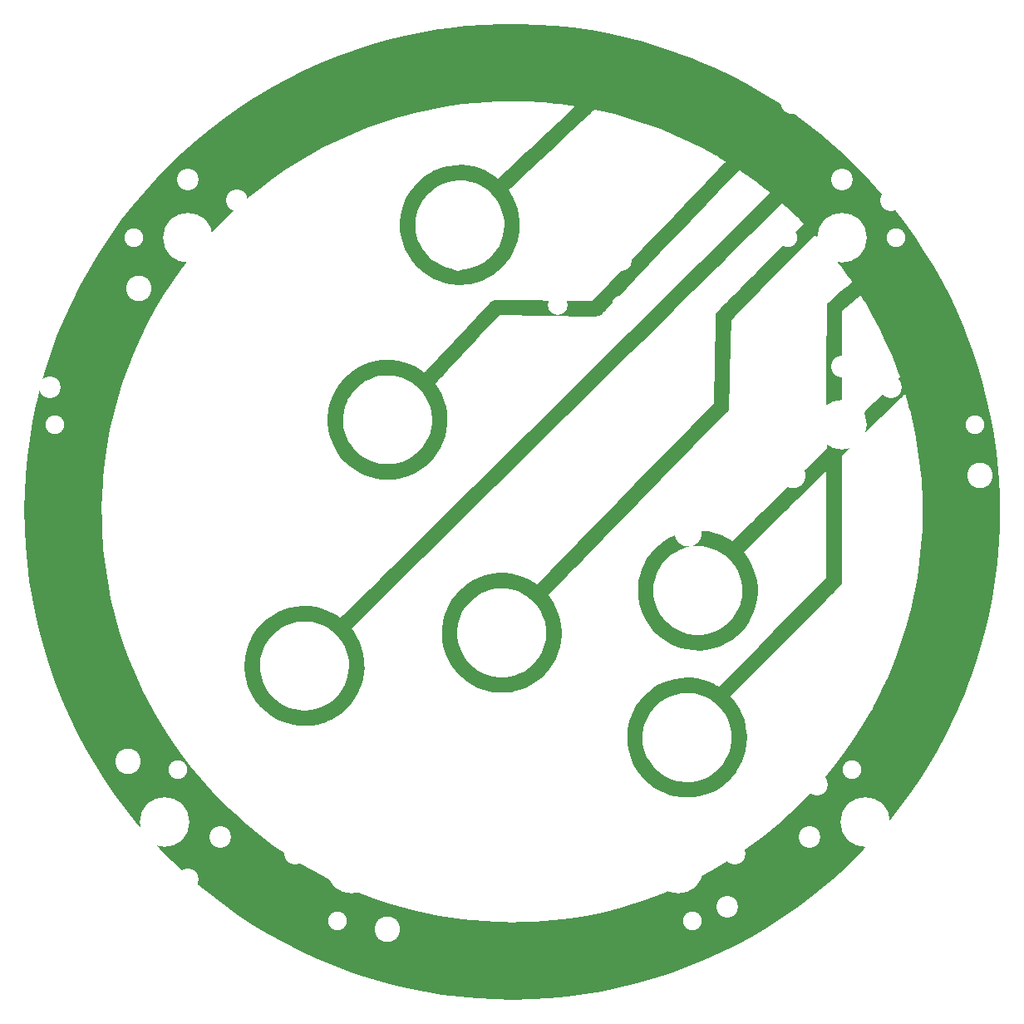
<source format=gbo>
G04 #@! TF.GenerationSoftware,KiCad,Pcbnew,(6.0.10)*
G04 #@! TF.CreationDate,2023-02-11T23:58:13+13:00*
G04 #@! TF.ProjectId,orthoCode,6f727468-6f43-46f6-9465-2e6b69636164,rev?*
G04 #@! TF.SameCoordinates,Original*
G04 #@! TF.FileFunction,Legend,Bot*
G04 #@! TF.FilePolarity,Positive*
%FSLAX46Y46*%
G04 Gerber Fmt 4.6, Leading zero omitted, Abs format (unit mm)*
G04 Created by KiCad (PCBNEW (6.0.10)) date 2023-02-11 23:58:13*
%MOMM*%
%LPD*%
G01*
G04 APERTURE LIST*
%ADD10C,2.800000*%
%ADD11C,2.000000*%
%ADD12C,1.900000*%
%ADD13C,5.050000*%
%ADD14C,2.600000*%
%ADD15C,2.200000*%
%ADD16O,1.200000X2.200000*%
%ADD17O,1.200000X2.700000*%
%ADD18O,1.200000X2.600000*%
G04 APERTURE END LIST*
G36*
X251796290Y-133518257D02*
G01*
X251793519Y-133916598D01*
X251788939Y-134274555D01*
X251782183Y-134602050D01*
X251772885Y-134909002D01*
X251760679Y-135205331D01*
X251745200Y-135500960D01*
X251726082Y-135805807D01*
X251702958Y-136129794D01*
X251675464Y-136482840D01*
X251643232Y-136874866D01*
X251542592Y-137942230D01*
X251324232Y-139714833D01*
X251043017Y-141468331D01*
X250697970Y-143207479D01*
X250288108Y-144937031D01*
X249812453Y-146661742D01*
X249270023Y-148386364D01*
X249191750Y-148619452D01*
X248870653Y-149544546D01*
X248546925Y-150424636D01*
X248213845Y-151275988D01*
X247864692Y-152114871D01*
X247492746Y-152957553D01*
X247091284Y-153820301D01*
X246653587Y-154719385D01*
X246206016Y-155600481D01*
X245424491Y-157046237D01*
X244603806Y-158450437D01*
X243736815Y-159824665D01*
X242816371Y-161180507D01*
X241835327Y-162529546D01*
X241317878Y-163207618D01*
X240788405Y-163877546D01*
X240256535Y-164524836D01*
X239713353Y-165159691D01*
X239149946Y-165792317D01*
X238557397Y-166432917D01*
X237926791Y-167091696D01*
X237249213Y-167778859D01*
X237189150Y-167838937D01*
X236732335Y-168292383D01*
X236309465Y-168705133D01*
X235910725Y-169086235D01*
X235526301Y-169444738D01*
X235146377Y-169789688D01*
X234761139Y-170130135D01*
X234360772Y-170475126D01*
X233935461Y-170833709D01*
X232606522Y-171905834D01*
X231141311Y-173004672D01*
X229641387Y-174045872D01*
X228108302Y-175028837D01*
X226543607Y-175952971D01*
X224948853Y-176817676D01*
X223325592Y-177622355D01*
X221675374Y-178366411D01*
X219999752Y-179049248D01*
X218300277Y-179670268D01*
X216578499Y-180228874D01*
X214835971Y-180724470D01*
X213074242Y-181156458D01*
X211294866Y-181524241D01*
X209499392Y-181827223D01*
X207689373Y-182064807D01*
X205866359Y-182236394D01*
X204031902Y-182341390D01*
X202237136Y-182377903D01*
X200423236Y-182347875D01*
X198609292Y-182251144D01*
X196798464Y-182088169D01*
X194993913Y-181859412D01*
X193198799Y-181565330D01*
X191416284Y-181206383D01*
X189649528Y-180783032D01*
X187901692Y-180295736D01*
X186175936Y-179744953D01*
X185534051Y-179521814D01*
X183831012Y-178880633D01*
X182151799Y-178176581D01*
X180498776Y-177411007D01*
X178874308Y-176585257D01*
X177280756Y-175700680D01*
X175720486Y-174758623D01*
X174195861Y-173760435D01*
X172709244Y-172707461D01*
X171263000Y-171601051D01*
X169859492Y-170442551D01*
X168834761Y-169539944D01*
X167495480Y-168282850D01*
X166207415Y-166982612D01*
X164971380Y-165640709D01*
X163788190Y-164258619D01*
X162658658Y-162837822D01*
X161583599Y-161379794D01*
X160563828Y-159886016D01*
X159600157Y-158357966D01*
X158693403Y-156797122D01*
X157844378Y-155204962D01*
X157053897Y-153582966D01*
X156322775Y-151932611D01*
X155651825Y-150255376D01*
X155041862Y-148552741D01*
X154493700Y-146826183D01*
X154008152Y-145077180D01*
X153586035Y-143307213D01*
X153228161Y-141517758D01*
X152935345Y-139710294D01*
X152716638Y-137952394D01*
X152560204Y-136161805D01*
X152468655Y-134361992D01*
X152441829Y-132557086D01*
X152447936Y-132264836D01*
X160324381Y-132264836D01*
X160330987Y-133563287D01*
X160374648Y-134846586D01*
X160455362Y-136093850D01*
X160491700Y-136515490D01*
X160678165Y-138190977D01*
X160930438Y-139849751D01*
X161248408Y-141491414D01*
X161631966Y-143115565D01*
X162081002Y-144721806D01*
X162595407Y-146309736D01*
X163175072Y-147878956D01*
X163819886Y-149429067D01*
X164529741Y-150959668D01*
X164836968Y-151576177D01*
X165629310Y-153059829D01*
X166477953Y-154506601D01*
X167381511Y-155915092D01*
X168338595Y-157283900D01*
X169347817Y-158611624D01*
X170407788Y-159896863D01*
X171517120Y-161138214D01*
X172674426Y-162334278D01*
X173878316Y-163483651D01*
X175127404Y-164584933D01*
X176420299Y-165636722D01*
X177755615Y-166637617D01*
X179131963Y-167586216D01*
X180547954Y-168481118D01*
X182002201Y-169320921D01*
X183493316Y-170104224D01*
X184817889Y-170739515D01*
X186289562Y-171381564D01*
X187770468Y-171960080D01*
X189267194Y-172477327D01*
X190786330Y-172935567D01*
X192334463Y-173337062D01*
X193918182Y-173684075D01*
X194785769Y-173849018D01*
X195906432Y-174035218D01*
X197017081Y-174187769D01*
X198136015Y-174308855D01*
X199281531Y-174400656D01*
X200471925Y-174465352D01*
X200615258Y-174471092D01*
X201353690Y-174490570D01*
X202134283Y-174495818D01*
X202936967Y-174487186D01*
X203741673Y-174465024D01*
X204528331Y-174429681D01*
X205276872Y-174381509D01*
X206343847Y-174287633D01*
X208015783Y-174085546D01*
X209671055Y-173817684D01*
X211309104Y-173484200D01*
X212929371Y-173085250D01*
X214531296Y-172620987D01*
X216114320Y-172091566D01*
X217677882Y-171497141D01*
X219221424Y-170837867D01*
X220744385Y-170113898D01*
X221135886Y-169916704D01*
X221573630Y-169691682D01*
X221979270Y-169477137D01*
X222369455Y-169263944D01*
X222760834Y-169042976D01*
X223170056Y-168805110D01*
X223613770Y-168541219D01*
X223755657Y-168455690D01*
X225171349Y-167558911D01*
X226548220Y-166606993D01*
X227884783Y-165601474D01*
X229179549Y-164543893D01*
X230431032Y-163435787D01*
X231637743Y-162278695D01*
X232798194Y-161074154D01*
X233910899Y-159823703D01*
X234974369Y-158528880D01*
X235987116Y-157191224D01*
X236947654Y-155812271D01*
X237854495Y-154393561D01*
X238706150Y-152936631D01*
X238815685Y-152736270D01*
X238956326Y-152471264D01*
X239114476Y-152167101D01*
X239284636Y-151834790D01*
X239461308Y-151485338D01*
X239638995Y-151129754D01*
X239812196Y-150779045D01*
X239975416Y-150444220D01*
X240123154Y-150136287D01*
X240249912Y-149866253D01*
X240350193Y-149645128D01*
X240701543Y-148827875D01*
X241313314Y-147284500D01*
X241859320Y-145735464D01*
X242340360Y-144177352D01*
X242757234Y-142606752D01*
X243110739Y-141020249D01*
X243401675Y-139414428D01*
X243630842Y-137785877D01*
X243799037Y-136131180D01*
X243907060Y-134446925D01*
X243909005Y-134402592D01*
X243917991Y-134128032D01*
X243924467Y-133802419D01*
X243928522Y-133436567D01*
X243930247Y-133041289D01*
X243929732Y-132627399D01*
X243927067Y-132205710D01*
X243922342Y-131787037D01*
X243915648Y-131382193D01*
X243907074Y-131001991D01*
X243896710Y-130657246D01*
X243884647Y-130358771D01*
X243870975Y-130117380D01*
X243820264Y-129442987D01*
X243702195Y-128190966D01*
X243554898Y-126981025D01*
X243376217Y-125799572D01*
X243163999Y-124633018D01*
X242916089Y-123467771D01*
X242630333Y-122290241D01*
X242624524Y-122267649D01*
X242514162Y-121842994D01*
X242418535Y-121484308D01*
X242337559Y-121191299D01*
X242271148Y-120963674D01*
X242219216Y-120801139D01*
X242181679Y-120703403D01*
X242158450Y-120670173D01*
X242154335Y-120672877D01*
X242110860Y-120711644D01*
X242022735Y-120794238D01*
X241892818Y-120917891D01*
X241723967Y-121079833D01*
X241519042Y-121277294D01*
X241280902Y-121507504D01*
X241012404Y-121767696D01*
X240716409Y-122055099D01*
X240395775Y-122366944D01*
X240053361Y-122700462D01*
X239692025Y-123052883D01*
X239314627Y-123421437D01*
X238924025Y-123803357D01*
X235719519Y-126938539D01*
X235719519Y-133273705D01*
X235719676Y-133992017D01*
X235720162Y-134700184D01*
X235720963Y-135372059D01*
X235722069Y-136005209D01*
X235723466Y-136597203D01*
X235725145Y-137145607D01*
X235727092Y-137647989D01*
X235729296Y-138101916D01*
X235731745Y-138504957D01*
X235734427Y-138854678D01*
X235737330Y-139148647D01*
X235740443Y-139384432D01*
X235743753Y-139559600D01*
X235747249Y-139671719D01*
X235750919Y-139718356D01*
X235763686Y-139789136D01*
X235749602Y-139938854D01*
X235746169Y-139945895D01*
X235718843Y-139982457D01*
X235663998Y-140046331D01*
X235580441Y-140138746D01*
X235466977Y-140260934D01*
X235322411Y-140414123D01*
X235145548Y-140599543D01*
X234935193Y-140818424D01*
X234690153Y-141071996D01*
X234409233Y-141361488D01*
X234091237Y-141688130D01*
X233734972Y-142053152D01*
X233339242Y-142457784D01*
X232902853Y-142903255D01*
X232424610Y-143390796D01*
X231903320Y-143921635D01*
X231337786Y-144497003D01*
X230726815Y-145118130D01*
X230069211Y-145786244D01*
X224421538Y-151522623D01*
X224625013Y-151762715D01*
X224989331Y-152240235D01*
X225313450Y-152770857D01*
X225580153Y-153330134D01*
X225788385Y-153912604D01*
X225937089Y-154512809D01*
X226025212Y-155125290D01*
X226041668Y-155510056D01*
X226051699Y-155744585D01*
X226015494Y-156365237D01*
X225915543Y-156981785D01*
X225750790Y-157588770D01*
X225678881Y-157787583D01*
X225554608Y-158082843D01*
X225407342Y-158393738D01*
X225247309Y-158699980D01*
X225084735Y-158981284D01*
X224929845Y-159217363D01*
X224849478Y-159325344D01*
X224663874Y-159553195D01*
X224450479Y-159793847D01*
X224225560Y-160029908D01*
X224005386Y-160243985D01*
X223806223Y-160418687D01*
X223429597Y-160702273D01*
X222898375Y-161032399D01*
X222345191Y-161302309D01*
X221774561Y-161512466D01*
X221191001Y-161663330D01*
X220599026Y-161755362D01*
X220003152Y-161789022D01*
X219407894Y-161764773D01*
X218817768Y-161683074D01*
X218237288Y-161544386D01*
X217670972Y-161349171D01*
X217123334Y-161097889D01*
X216598890Y-160791001D01*
X216102155Y-160428968D01*
X215637645Y-160012251D01*
X215209876Y-159541310D01*
X214903264Y-159132873D01*
X214575299Y-158597149D01*
X214306464Y-158034197D01*
X214097654Y-157448947D01*
X213949765Y-156846324D01*
X213863694Y-156231256D01*
X213847118Y-155789442D01*
X215417910Y-155789442D01*
X215424484Y-156050661D01*
X215444150Y-156267279D01*
X215508562Y-156628547D01*
X215656557Y-157159251D01*
X215864930Y-157660264D01*
X216135352Y-158135369D01*
X216469493Y-158588346D01*
X216599441Y-158738557D01*
X216989617Y-159119927D01*
X217422238Y-159449456D01*
X217893996Y-159725114D01*
X218401586Y-159944869D01*
X218941701Y-160106691D01*
X218983263Y-160116175D01*
X219273462Y-160165315D01*
X219603076Y-160196657D01*
X219949201Y-160208619D01*
X220288935Y-160199623D01*
X220372357Y-160193725D01*
X220895778Y-160118568D01*
X221400562Y-159981251D01*
X221882439Y-159785544D01*
X222337140Y-159535214D01*
X222760396Y-159234031D01*
X223147938Y-158885764D01*
X223495497Y-158494180D01*
X223798803Y-158063048D01*
X224053588Y-157596137D01*
X224255583Y-157097216D01*
X224400519Y-156570054D01*
X224414975Y-156490080D01*
X224438610Y-156287387D01*
X224454671Y-156044537D01*
X224462999Y-155779453D01*
X224463435Y-155510056D01*
X224455818Y-155254269D01*
X224439988Y-155030015D01*
X224415788Y-154855214D01*
X224294996Y-154374548D01*
X224100880Y-153857942D01*
X223846172Y-153371993D01*
X223530964Y-152916871D01*
X223155348Y-152492749D01*
X223126635Y-152464079D01*
X222705179Y-152093013D01*
X222249238Y-151779219D01*
X221762404Y-151524596D01*
X221248270Y-151331042D01*
X220710428Y-151200456D01*
X220580913Y-151182322D01*
X220351503Y-151164566D01*
X220088899Y-151156403D01*
X219813140Y-151157642D01*
X219544264Y-151168091D01*
X219302310Y-151187556D01*
X219107314Y-151215845D01*
X218698385Y-151316250D01*
X218183414Y-151501608D01*
X217699319Y-151743722D01*
X217250095Y-152038720D01*
X216839736Y-152382728D01*
X216472237Y-152771875D01*
X216151593Y-153202289D01*
X215881797Y-153670097D01*
X215666845Y-154171427D01*
X215510730Y-154702407D01*
X215504066Y-154732666D01*
X215467507Y-154955234D01*
X215440345Y-155220023D01*
X215423505Y-155505328D01*
X215417910Y-155789442D01*
X213847118Y-155789442D01*
X213840336Y-155608670D01*
X213880590Y-154983493D01*
X213985350Y-154360653D01*
X214155512Y-153745077D01*
X214212533Y-153581460D01*
X214460241Y-152997149D01*
X214762515Y-152449226D01*
X215115536Y-151940442D01*
X215515487Y-151473544D01*
X215958549Y-151051280D01*
X216440905Y-150676401D01*
X216958736Y-150351654D01*
X217508225Y-150079788D01*
X218085552Y-149863552D01*
X218686901Y-149705695D01*
X219308453Y-149608965D01*
X219946391Y-149576111D01*
X220405446Y-149592038D01*
X221005636Y-149665206D01*
X221590132Y-149799587D01*
X222167225Y-149997206D01*
X222745207Y-150260090D01*
X222827768Y-150301846D01*
X222978484Y-150376280D01*
X223101897Y-150434865D01*
X223187017Y-150472450D01*
X223222854Y-150483886D01*
X223232000Y-150475228D01*
X223284169Y-150423275D01*
X223380606Y-150326296D01*
X223519196Y-150186437D01*
X223697822Y-150005844D01*
X223914368Y-149786664D01*
X224166719Y-149531042D01*
X224452757Y-149241126D01*
X224770368Y-148919062D01*
X225117434Y-148566996D01*
X225491840Y-148187074D01*
X225891470Y-147781443D01*
X226314208Y-147352249D01*
X226757937Y-146901639D01*
X227220541Y-146431758D01*
X227699905Y-145944753D01*
X228193913Y-145442770D01*
X228700447Y-144927957D01*
X234157487Y-139381181D01*
X234157487Y-128477833D01*
X233724532Y-128897954D01*
X233704501Y-128917417D01*
X233614908Y-129004707D01*
X233480834Y-129135557D01*
X233305287Y-129307024D01*
X233091274Y-129516168D01*
X232841804Y-129760047D01*
X232559882Y-130035718D01*
X232248518Y-130340241D01*
X231910718Y-130670674D01*
X231549490Y-131024075D01*
X231167841Y-131397503D01*
X230768779Y-131788016D01*
X230355312Y-132192672D01*
X229930447Y-132608530D01*
X229497192Y-133032649D01*
X225702805Y-136747223D01*
X225867905Y-136955363D01*
X225914680Y-137015230D01*
X226250182Y-137504489D01*
X226537694Y-138034399D01*
X226774229Y-138595618D01*
X226956797Y-139178803D01*
X227082412Y-139774608D01*
X227148084Y-140373692D01*
X227150185Y-140828193D01*
X227150825Y-140966711D01*
X227148900Y-141002702D01*
X227080501Y-141638707D01*
X226950006Y-142254674D01*
X226760453Y-142847033D01*
X226514880Y-143412211D01*
X226216324Y-143946640D01*
X225867823Y-144446747D01*
X225472414Y-144908963D01*
X225033135Y-145329716D01*
X224553023Y-145705436D01*
X224035116Y-146032553D01*
X223482451Y-146307495D01*
X222898067Y-146526692D01*
X222285000Y-146686574D01*
X221843712Y-146760753D01*
X221223689Y-146809544D01*
X220610767Y-146795132D01*
X220008874Y-146720062D01*
X219421935Y-146586878D01*
X218853874Y-146398124D01*
X218308619Y-146156344D01*
X217790093Y-145864082D01*
X217302224Y-145523883D01*
X216848936Y-145138290D01*
X216434154Y-144709848D01*
X216061806Y-144241101D01*
X215735815Y-143734593D01*
X215460108Y-143192869D01*
X215238610Y-142618471D01*
X215075246Y-142013945D01*
X215047900Y-141876983D01*
X214983781Y-141435129D01*
X214948597Y-140970805D01*
X214945723Y-140738914D01*
X216518858Y-140738914D01*
X216526364Y-141034148D01*
X216546397Y-141306039D01*
X216578963Y-141533193D01*
X216590221Y-141588688D01*
X216736362Y-142123869D01*
X216944272Y-142634601D01*
X217210816Y-143115875D01*
X217532857Y-143562678D01*
X217907261Y-143970000D01*
X218330892Y-144332830D01*
X218522158Y-144466994D01*
X218850212Y-144662014D01*
X219206955Y-144839621D01*
X219568868Y-144988447D01*
X219912433Y-145097127D01*
X219972138Y-145112484D01*
X220118548Y-145147732D01*
X220247584Y-145173047D01*
X220376305Y-145190391D01*
X220521768Y-145201725D01*
X220701031Y-145209008D01*
X220931150Y-145214200D01*
X220956625Y-145214648D01*
X221269731Y-145215719D01*
X221534390Y-145205819D01*
X221768242Y-145182584D01*
X221988931Y-145143652D01*
X222214095Y-145086659D01*
X222461378Y-145009244D01*
X222673198Y-144934311D01*
X222980529Y-144806019D01*
X223265180Y-144658138D01*
X223548407Y-144479174D01*
X223851471Y-144257633D01*
X223858493Y-144252209D01*
X224257419Y-143901020D01*
X224611266Y-143502002D01*
X224916449Y-143061038D01*
X225169384Y-142584014D01*
X225366484Y-142076812D01*
X225504165Y-141545317D01*
X225522662Y-141438512D01*
X225554781Y-141149256D01*
X225570349Y-140828193D01*
X225569190Y-140499310D01*
X225551131Y-140186595D01*
X225515999Y-139914038D01*
X225481594Y-139741185D01*
X225334885Y-139222794D01*
X225130852Y-138732812D01*
X224873858Y-138274773D01*
X224568263Y-137852209D01*
X224218428Y-137468652D01*
X223828715Y-137127635D01*
X223403483Y-136832690D01*
X222947095Y-136587350D01*
X222463911Y-136395148D01*
X221958292Y-136259615D01*
X221434599Y-136184285D01*
X220897193Y-136172690D01*
X220824437Y-136175963D01*
X220358171Y-136219080D01*
X219927405Y-136302035D01*
X219511970Y-136429676D01*
X219091699Y-136606854D01*
X218669997Y-136835960D01*
X218230633Y-137145218D01*
X217832197Y-137504344D01*
X217478274Y-137908664D01*
X217172447Y-138353501D01*
X216918301Y-138834179D01*
X216719419Y-139346024D01*
X216579386Y-139884359D01*
X216571448Y-139927112D01*
X216541405Y-140164001D01*
X216523873Y-140441733D01*
X216518858Y-140738914D01*
X214945723Y-140738914D01*
X214942821Y-140504755D01*
X214966926Y-140057728D01*
X215021384Y-139650470D01*
X215121606Y-139197157D01*
X215313766Y-138586246D01*
X215563556Y-138006348D01*
X215867923Y-137460566D01*
X216223811Y-136952001D01*
X216628168Y-136483755D01*
X217077939Y-136058930D01*
X217570069Y-135680628D01*
X218101504Y-135351951D01*
X218669190Y-135076000D01*
X219270073Y-134855877D01*
X219901099Y-134694685D01*
X220024093Y-134670989D01*
X220150531Y-134650730D01*
X220278119Y-134636212D01*
X220420208Y-134626557D01*
X220590148Y-134620887D01*
X220801288Y-134618323D01*
X221066979Y-134617988D01*
X221302956Y-134618949D01*
X221519268Y-134621871D01*
X221691934Y-134627591D01*
X221833874Y-134636998D01*
X221958009Y-134650980D01*
X222077259Y-134670427D01*
X222204546Y-134696226D01*
X222566191Y-134785429D01*
X223037592Y-134933412D01*
X223493737Y-135111061D01*
X223917269Y-135311461D01*
X224290831Y-135527692D01*
X224526448Y-135680175D01*
X224990732Y-135233336D01*
X225012936Y-135211908D01*
X225104117Y-135123442D01*
X225239984Y-134991196D01*
X225417756Y-134817890D01*
X225634649Y-134606242D01*
X225887884Y-134358972D01*
X226174677Y-134078799D01*
X226492247Y-133768443D01*
X226837813Y-133430622D01*
X227208593Y-133068056D01*
X227601804Y-132683464D01*
X228014666Y-132279565D01*
X228444397Y-131859079D01*
X228888214Y-131424725D01*
X229343336Y-130979221D01*
X229806982Y-130525288D01*
X234158948Y-126264079D01*
X234156717Y-118902822D01*
X234156607Y-118497573D01*
X234156603Y-118471432D01*
X235719519Y-118471432D01*
X235719545Y-118963266D01*
X235719658Y-119595515D01*
X235719854Y-120206774D01*
X235720131Y-120793693D01*
X235720482Y-121352919D01*
X235720905Y-121881100D01*
X235721393Y-122374885D01*
X235721943Y-122830922D01*
X235722549Y-123245858D01*
X235723208Y-123616343D01*
X235723915Y-123939025D01*
X235724666Y-124210551D01*
X235725455Y-124427569D01*
X235726278Y-124586729D01*
X235727131Y-124684678D01*
X235728008Y-124718064D01*
X235735933Y-124710952D01*
X235785983Y-124663097D01*
X235878962Y-124573173D01*
X236011271Y-124444699D01*
X236179306Y-124281193D01*
X236379466Y-124086177D01*
X236608152Y-123863170D01*
X236861760Y-123615690D01*
X237136689Y-123347258D01*
X237429339Y-123061394D01*
X237736108Y-122761616D01*
X238053394Y-122451445D01*
X238377596Y-122134400D01*
X238705114Y-121814001D01*
X239032344Y-121493767D01*
X239355687Y-121177218D01*
X239671540Y-120867873D01*
X239976303Y-120569252D01*
X240266374Y-120284875D01*
X240538151Y-120018261D01*
X240788034Y-119772930D01*
X241628874Y-118947008D01*
X241421179Y-118377448D01*
X241312014Y-118081931D01*
X240766661Y-116704038D01*
X240162352Y-115325839D01*
X239505004Y-113959752D01*
X238800532Y-112618190D01*
X238054855Y-111313570D01*
X237980283Y-111189123D01*
X237870229Y-111007927D01*
X237774281Y-110852928D01*
X237697525Y-110732209D01*
X237645051Y-110653851D01*
X237621945Y-110625936D01*
X237592116Y-110646874D01*
X237516504Y-110707080D01*
X237401062Y-110801647D01*
X237251703Y-110925663D01*
X237074339Y-111074219D01*
X236874885Y-111242404D01*
X236659254Y-111425309D01*
X235719519Y-112224681D01*
X235719519Y-118471432D01*
X234156603Y-118471432D01*
X234156475Y-117673999D01*
X234156499Y-116914774D01*
X234156691Y-116217463D01*
X234157067Y-115579634D01*
X234157641Y-114998850D01*
X234158426Y-114472679D01*
X234159436Y-113998685D01*
X234160685Y-113574435D01*
X234162188Y-113197494D01*
X234163959Y-112865429D01*
X234166010Y-112575804D01*
X234168357Y-112326186D01*
X234171014Y-112114140D01*
X234173994Y-111937233D01*
X234177311Y-111793029D01*
X234180980Y-111679096D01*
X234185014Y-111592997D01*
X234189428Y-111532300D01*
X234194235Y-111494570D01*
X234199450Y-111477372D01*
X234203156Y-111472407D01*
X234226527Y-111446411D01*
X234267690Y-111406175D01*
X234330055Y-111348741D01*
X234417033Y-111271154D01*
X234532035Y-111170458D01*
X234678472Y-111043695D01*
X234859755Y-110887910D01*
X235079294Y-110700146D01*
X235340500Y-110477448D01*
X235646785Y-110216858D01*
X236001559Y-109915421D01*
X236037876Y-109884545D01*
X236224642Y-109724656D01*
X236392107Y-109579490D01*
X236533735Y-109454844D01*
X236642989Y-109356515D01*
X236713335Y-109290300D01*
X236738236Y-109261996D01*
X236736835Y-109255270D01*
X236706678Y-109197517D01*
X236640495Y-109093541D01*
X236542657Y-108949297D01*
X236417538Y-108770738D01*
X236269509Y-108563819D01*
X236102941Y-108334494D01*
X235922207Y-108088717D01*
X235731678Y-107832443D01*
X235535727Y-107571625D01*
X235338726Y-107312218D01*
X235145045Y-107060177D01*
X234959057Y-106821454D01*
X234785135Y-106602005D01*
X234769136Y-106582046D01*
X234595516Y-106367411D01*
X234409247Y-106140304D01*
X234215397Y-105906630D01*
X234019035Y-105672294D01*
X233825230Y-105443201D01*
X233639049Y-105225256D01*
X233465560Y-105024364D01*
X233309833Y-104846431D01*
X233176935Y-104697361D01*
X233071934Y-104583059D01*
X232999899Y-104509431D01*
X232965898Y-104482383D01*
X232959121Y-104488052D01*
X232910976Y-104534466D01*
X232818756Y-104625637D01*
X232684869Y-104759135D01*
X232511722Y-104932536D01*
X232301720Y-105143412D01*
X232057272Y-105389336D01*
X231780784Y-105667881D01*
X231474662Y-105976620D01*
X231141315Y-106313127D01*
X230783148Y-106674974D01*
X230402569Y-107059735D01*
X230001984Y-107464983D01*
X229583801Y-107888291D01*
X229150426Y-108327232D01*
X228704267Y-108779379D01*
X228375860Y-109112327D01*
X227868393Y-109627012D01*
X227405564Y-110096734D01*
X226985397Y-110523538D01*
X226605920Y-110909471D01*
X226265159Y-111256579D01*
X225961140Y-111566908D01*
X225691890Y-111842504D01*
X225455434Y-112085414D01*
X225249798Y-112297684D01*
X225073010Y-112481360D01*
X224923096Y-112638487D01*
X224798081Y-112771113D01*
X224695992Y-112881284D01*
X224614856Y-112971045D01*
X224552698Y-113042443D01*
X224507545Y-113097524D01*
X224477423Y-113138334D01*
X224460359Y-113166920D01*
X224454379Y-113185328D01*
X224453965Y-113193190D01*
X224451607Y-113259951D01*
X224447650Y-113387935D01*
X224442229Y-113572164D01*
X224435477Y-113807659D01*
X224427528Y-114089443D01*
X224418517Y-114412538D01*
X224408578Y-114771966D01*
X224397844Y-115162748D01*
X224386450Y-115579906D01*
X224374529Y-116018464D01*
X224362215Y-116473441D01*
X224349643Y-116939862D01*
X224336947Y-117412746D01*
X224324260Y-117887118D01*
X224311717Y-118357997D01*
X224299451Y-118820407D01*
X224287597Y-119269369D01*
X224276288Y-119699906D01*
X224265659Y-120107038D01*
X224255843Y-120485789D01*
X224246975Y-120831181D01*
X224239188Y-121138234D01*
X224232617Y-121401971D01*
X224227396Y-121617415D01*
X224224794Y-121713397D01*
X224215544Y-121940222D01*
X224203340Y-122120628D01*
X224188747Y-122247454D01*
X224172333Y-122313538D01*
X224153161Y-122344187D01*
X224087117Y-122425550D01*
X224003400Y-122510963D01*
X223977099Y-122537084D01*
X223904033Y-122611046D01*
X223786770Y-122730342D01*
X223627029Y-122893214D01*
X223426527Y-123097904D01*
X223186981Y-123342653D01*
X222910108Y-123625703D01*
X222597627Y-123945295D01*
X222251255Y-124299673D01*
X221872708Y-124687076D01*
X221463706Y-125105747D01*
X221025965Y-125553927D01*
X220561202Y-126029858D01*
X220071136Y-126531783D01*
X219557483Y-127057942D01*
X219021961Y-127606577D01*
X218466288Y-128175930D01*
X217892182Y-128764243D01*
X217301359Y-129369757D01*
X216695537Y-129990715D01*
X216076434Y-130625357D01*
X215445767Y-131271925D01*
X214979603Y-131749854D01*
X214349973Y-132395322D01*
X213730757Y-133030056D01*
X213123804Y-133652162D01*
X212530966Y-134259744D01*
X211954092Y-134850909D01*
X211395031Y-135423762D01*
X210855634Y-135976407D01*
X210337751Y-136506952D01*
X209843231Y-137013501D01*
X209373925Y-137494159D01*
X208931682Y-137947033D01*
X208518353Y-138370227D01*
X208135788Y-138761847D01*
X207785836Y-139119999D01*
X207470347Y-139442788D01*
X207191172Y-139728319D01*
X206950160Y-139974698D01*
X206749161Y-140180030D01*
X206590025Y-140342421D01*
X206474603Y-140459977D01*
X206404744Y-140530802D01*
X205792822Y-141147567D01*
X205894489Y-141277861D01*
X206037671Y-141469863D01*
X206360457Y-141976664D01*
X206633698Y-142518360D01*
X206854724Y-143086185D01*
X207020863Y-143671371D01*
X207129447Y-144265153D01*
X207177804Y-144858764D01*
X207173374Y-145036921D01*
X207163266Y-145443438D01*
X207115349Y-145867501D01*
X206990122Y-146505366D01*
X206805349Y-147114969D01*
X206563556Y-147693446D01*
X206267269Y-148237933D01*
X205919016Y-148745565D01*
X205521324Y-149213479D01*
X205076718Y-149638809D01*
X204587726Y-150018692D01*
X204056874Y-150350263D01*
X203486689Y-150630657D01*
X202879697Y-150857010D01*
X202238426Y-151026458D01*
X202217166Y-151030971D01*
X202071932Y-151060376D01*
X201943958Y-151082250D01*
X201819049Y-151097687D01*
X201683011Y-151107786D01*
X201521650Y-151113641D01*
X201320770Y-151116351D01*
X201066177Y-151117010D01*
X201028908Y-151117001D01*
X200782235Y-151116134D01*
X200587397Y-151113071D01*
X200430200Y-151106717D01*
X200296450Y-151095975D01*
X200171950Y-151079749D01*
X200042508Y-151056942D01*
X199893927Y-151026458D01*
X199860271Y-151019205D01*
X199218166Y-150846325D01*
X198609499Y-150615645D01*
X198036445Y-150328547D01*
X197501182Y-149986414D01*
X197005883Y-149590627D01*
X196552726Y-149142569D01*
X196143886Y-148643623D01*
X196109791Y-148596872D01*
X195768912Y-148068661D01*
X195488129Y-147515016D01*
X195267317Y-146940918D01*
X195106351Y-146351346D01*
X195005108Y-145751279D01*
X194963463Y-145145696D01*
X194967025Y-145024599D01*
X196550155Y-145024599D01*
X196551460Y-145202697D01*
X196561796Y-145488717D01*
X196584795Y-145737056D01*
X196623266Y-145966971D01*
X196680018Y-146197718D01*
X196757859Y-146448552D01*
X196927379Y-146880063D01*
X197179910Y-147358293D01*
X197485409Y-147800843D01*
X197839170Y-148203542D01*
X198236490Y-148562215D01*
X198672664Y-148872689D01*
X199142990Y-149130792D01*
X199642762Y-149332351D01*
X200167277Y-149473192D01*
X200194198Y-149478471D01*
X200388294Y-149508352D01*
X200617171Y-149532950D01*
X200860489Y-149551015D01*
X201097905Y-149561298D01*
X201309077Y-149562546D01*
X201473663Y-149553509D01*
X201844731Y-149498912D01*
X202384434Y-149365644D01*
X202895651Y-149174179D01*
X203374706Y-148927803D01*
X203817922Y-148629799D01*
X204221622Y-148283449D01*
X204582128Y-147892038D01*
X204895765Y-147458848D01*
X205158854Y-146987164D01*
X205367719Y-146480268D01*
X205518683Y-145941444D01*
X205522490Y-145923171D01*
X205547369Y-145754445D01*
X205566016Y-145539681D01*
X205578258Y-145295099D01*
X205583921Y-145036921D01*
X205582832Y-144781366D01*
X205574820Y-144544655D01*
X205559709Y-144343009D01*
X205537329Y-144192647D01*
X205460031Y-143882977D01*
X205274852Y-143342379D01*
X205035067Y-142838873D01*
X204742678Y-142375097D01*
X204399690Y-141953683D01*
X204008106Y-141577269D01*
X203569930Y-141248488D01*
X203087164Y-140969975D01*
X202878935Y-140871083D01*
X202441912Y-140701328D01*
X202002625Y-140585435D01*
X201544058Y-140519475D01*
X201049198Y-140499522D01*
X201026457Y-140499642D01*
X200499445Y-140529773D01*
X200005335Y-140613914D01*
X199533047Y-140754613D01*
X199071503Y-140954419D01*
X198814084Y-141093032D01*
X198347308Y-141400757D01*
X197927252Y-141756269D01*
X197556318Y-142156456D01*
X197236907Y-142598205D01*
X196971421Y-143078406D01*
X196762261Y-143593945D01*
X196611830Y-144141711D01*
X196598441Y-144209316D01*
X196575756Y-144363621D01*
X196560840Y-144541009D01*
X196552653Y-144756372D01*
X196550155Y-145024599D01*
X194967025Y-145024599D01*
X194981292Y-144539577D01*
X195058471Y-143937902D01*
X195194876Y-143345649D01*
X195390382Y-142767799D01*
X195644866Y-142209330D01*
X195958202Y-141675222D01*
X196330268Y-141170455D01*
X196428498Y-141056084D01*
X196605972Y-140864985D01*
X196806454Y-140662836D01*
X197013510Y-140465594D01*
X197210704Y-140289220D01*
X197381598Y-140149670D01*
X197657648Y-139953302D01*
X198166478Y-139650458D01*
X198712817Y-139392560D01*
X199283980Y-139185302D01*
X199867280Y-139034375D01*
X200194170Y-138976777D01*
X200810566Y-138919828D01*
X201431009Y-138927340D01*
X202048850Y-138998050D01*
X202657443Y-139130695D01*
X203250139Y-139324015D01*
X203820292Y-139576747D01*
X204361253Y-139887628D01*
X204654330Y-140077478D01*
X204850615Y-139876907D01*
X204879100Y-139847747D01*
X204955400Y-139769578D01*
X205075943Y-139646054D01*
X205238990Y-139478957D01*
X205442803Y-139270068D01*
X205685644Y-139021169D01*
X205965776Y-138734042D01*
X206281460Y-138410468D01*
X206630957Y-138052229D01*
X207012531Y-137661106D01*
X207424443Y-137238881D01*
X207864954Y-136787336D01*
X208332328Y-136308252D01*
X208824825Y-135803410D01*
X209340707Y-135274593D01*
X209878238Y-134723581D01*
X210435678Y-134152157D01*
X211011290Y-133562102D01*
X211603335Y-132955198D01*
X212210075Y-132333225D01*
X212829773Y-131697967D01*
X213460691Y-131051203D01*
X213952399Y-130547152D01*
X214577636Y-129906241D01*
X215191248Y-129277271D01*
X215791446Y-128662075D01*
X216376439Y-128062487D01*
X216944438Y-127480342D01*
X217493653Y-126917472D01*
X218022294Y-126375712D01*
X218528571Y-125856896D01*
X219010695Y-125362857D01*
X219466876Y-124895429D01*
X219895325Y-124456446D01*
X220294250Y-124047743D01*
X220661863Y-123671152D01*
X220996373Y-123328508D01*
X221295992Y-123021644D01*
X221558928Y-122752394D01*
X221783393Y-122522593D01*
X221967596Y-122334074D01*
X222109748Y-122188671D01*
X222208059Y-122088217D01*
X222260739Y-122034547D01*
X222646997Y-121643024D01*
X222767320Y-117263558D01*
X222769545Y-117182465D01*
X222784195Y-116642252D01*
X222798078Y-116119718D01*
X222811095Y-115619046D01*
X222823151Y-115144422D01*
X222834148Y-114700028D01*
X222843988Y-114290048D01*
X222852576Y-113918668D01*
X222859813Y-113590070D01*
X222865603Y-113308440D01*
X222869849Y-113077960D01*
X222872454Y-112902815D01*
X222873320Y-112787189D01*
X222872351Y-112735265D01*
X222870498Y-112715944D01*
X222868468Y-112591370D01*
X222891712Y-112483857D01*
X222947560Y-112379041D01*
X223043346Y-112262560D01*
X223186400Y-112120054D01*
X223189380Y-112117209D01*
X223242301Y-112065109D01*
X223339793Y-111967717D01*
X223479089Y-111827836D01*
X223657424Y-111648269D01*
X223872032Y-111431818D01*
X224120147Y-111181285D01*
X224399004Y-110899474D01*
X224705836Y-110589186D01*
X225037879Y-110253225D01*
X225392365Y-109894393D01*
X225766531Y-109515492D01*
X226157609Y-109119326D01*
X226562834Y-108708696D01*
X226979441Y-108286406D01*
X227404663Y-107855257D01*
X227835734Y-107418054D01*
X228269890Y-106977597D01*
X228704365Y-106536690D01*
X229136392Y-106098135D01*
X229563205Y-105664734D01*
X229982040Y-105239292D01*
X230390130Y-104824609D01*
X230784710Y-104423489D01*
X231163014Y-104038734D01*
X231522276Y-103673147D01*
X231864258Y-103325036D01*
X231440351Y-102898484D01*
X231432112Y-102890206D01*
X231310710Y-102770305D01*
X231161131Y-102625558D01*
X230990403Y-102462489D01*
X230805551Y-102287620D01*
X230613600Y-102107476D01*
X230421577Y-101928579D01*
X230236507Y-101757453D01*
X230065417Y-101600622D01*
X229915331Y-101464609D01*
X229793277Y-101355938D01*
X229706279Y-101281131D01*
X229661365Y-101246713D01*
X229651017Y-101254403D01*
X229595286Y-101305401D01*
X229491573Y-101403999D01*
X229340022Y-101550053D01*
X229140779Y-101743420D01*
X228893990Y-101983957D01*
X228599799Y-102271520D01*
X228258353Y-102605965D01*
X227869797Y-102987150D01*
X227434275Y-103414931D01*
X226951934Y-103889164D01*
X226422920Y-104409706D01*
X225847376Y-104976415D01*
X225225449Y-105589145D01*
X224557285Y-106247755D01*
X223843028Y-106952100D01*
X223082824Y-107702037D01*
X222276818Y-108497423D01*
X221425156Y-109338114D01*
X220527983Y-110223967D01*
X219585445Y-111154839D01*
X218597687Y-112130585D01*
X217564854Y-113151064D01*
X216487093Y-114216131D01*
X215364547Y-115325642D01*
X214197363Y-116479455D01*
X212985686Y-117677427D01*
X211729662Y-118919413D01*
X210429435Y-120205270D01*
X209085152Y-121534855D01*
X207696958Y-122908025D01*
X185775503Y-144593374D01*
X185988997Y-144902369D01*
X186319915Y-145435071D01*
X186601301Y-146009982D01*
X186818910Y-146603646D01*
X186972227Y-147212405D01*
X187060737Y-147832600D01*
X187083504Y-148449192D01*
X187083924Y-148460570D01*
X187041274Y-149092658D01*
X186932272Y-149725203D01*
X186756402Y-150354546D01*
X186700992Y-150512810D01*
X186452881Y-151093095D01*
X186145537Y-151642585D01*
X185781578Y-152157860D01*
X185363624Y-152635498D01*
X184894293Y-153072077D01*
X184376204Y-153464178D01*
X184234436Y-153555135D01*
X183983002Y-153699410D01*
X183701370Y-153845545D01*
X183410466Y-153983316D01*
X183131217Y-154102500D01*
X182884549Y-154192876D01*
X182294886Y-154353067D01*
X181669886Y-154457152D01*
X181044377Y-154496340D01*
X180422891Y-154471769D01*
X179809960Y-154384573D01*
X179210119Y-154235887D01*
X178627900Y-154026849D01*
X178067835Y-153758592D01*
X177534458Y-153432253D01*
X177032301Y-153048968D01*
X176565898Y-152609871D01*
X176367864Y-152393873D01*
X175975495Y-151897856D01*
X175642119Y-151371420D01*
X175366024Y-150811290D01*
X175145495Y-150214191D01*
X174978818Y-149576848D01*
X174969728Y-149533882D01*
X174941688Y-149393584D01*
X174920864Y-149268497D01*
X174906196Y-149144768D01*
X174896629Y-149008543D01*
X174891104Y-148845970D01*
X174888564Y-148643195D01*
X174887953Y-148386364D01*
X176452014Y-148386364D01*
X176453468Y-148540129D01*
X176472480Y-148912282D01*
X176516050Y-149247514D01*
X176587388Y-149566125D01*
X176689709Y-149888416D01*
X176786518Y-150135346D01*
X177030164Y-150624875D01*
X177326541Y-151077130D01*
X177671127Y-151488537D01*
X178059403Y-151855522D01*
X178486848Y-152174511D01*
X178948943Y-152441932D01*
X179441167Y-152654211D01*
X179959001Y-152807775D01*
X180497923Y-152899050D01*
X180672577Y-152914975D01*
X181142478Y-152925384D01*
X181600315Y-152883626D01*
X182071293Y-152787922D01*
X182294184Y-152725405D01*
X182808910Y-152532594D01*
X183291596Y-152282466D01*
X183738263Y-151978730D01*
X184144932Y-151625094D01*
X184507623Y-151225268D01*
X184822356Y-150782962D01*
X185085154Y-150301885D01*
X185292035Y-149785746D01*
X185388634Y-149441454D01*
X185472486Y-148954007D01*
X185504604Y-148449192D01*
X185484994Y-147942232D01*
X185413665Y-147448351D01*
X185290624Y-146982771D01*
X185278689Y-146947427D01*
X185083752Y-146465815D01*
X184838224Y-146018380D01*
X184536451Y-145596052D01*
X184172776Y-145189759D01*
X184154102Y-145170957D01*
X183742896Y-144803264D01*
X183302511Y-144495740D01*
X182829739Y-144246682D01*
X182321371Y-144054389D01*
X181774198Y-143917157D01*
X181616585Y-143892455D01*
X181337594Y-143867692D01*
X181030225Y-143858118D01*
X180717244Y-143863692D01*
X180421416Y-143884372D01*
X180165508Y-143920116D01*
X179661156Y-144044649D01*
X179147724Y-144235793D01*
X178667027Y-144482898D01*
X178222731Y-144782381D01*
X177818498Y-145130658D01*
X177457993Y-145524148D01*
X177144881Y-145959266D01*
X176882825Y-146432430D01*
X176675489Y-146940057D01*
X176526537Y-147478563D01*
X176498732Y-147620138D01*
X176475953Y-147776471D01*
X176461614Y-147943621D01*
X176454154Y-148140586D01*
X176452014Y-148386364D01*
X174887953Y-148386364D01*
X174887989Y-148309762D01*
X174889024Y-148069133D01*
X174892277Y-147878761D01*
X174898805Y-147724791D01*
X174909666Y-147593372D01*
X174925917Y-147470649D01*
X174948615Y-147342769D01*
X174978818Y-147195879D01*
X175006329Y-147072433D01*
X175186222Y-146442060D01*
X175424433Y-145842680D01*
X175718931Y-145277433D01*
X176067686Y-144749460D01*
X176468666Y-144261903D01*
X176919842Y-143817904D01*
X177419184Y-143420602D01*
X177783677Y-143177970D01*
X178337441Y-142873131D01*
X178910494Y-142632525D01*
X179505971Y-142455092D01*
X180127008Y-142339774D01*
X180776738Y-142285509D01*
X180947559Y-142281868D01*
X181559469Y-142309643D01*
X182167477Y-142399287D01*
X182763091Y-142548351D01*
X183337818Y-142754384D01*
X183883164Y-143014939D01*
X184390637Y-143327565D01*
X184626060Y-143491321D01*
X184922560Y-143213775D01*
X184944399Y-143192694D01*
X185015790Y-143122799D01*
X185133579Y-143006986D01*
X185296666Y-142846344D01*
X185503951Y-142641959D01*
X185754334Y-142394919D01*
X186046714Y-142106313D01*
X186379992Y-141777228D01*
X186753067Y-141408751D01*
X187164840Y-141001971D01*
X187614210Y-140557974D01*
X188100078Y-140077849D01*
X188621342Y-139562683D01*
X189176904Y-139013563D01*
X189765663Y-138431579D01*
X190386519Y-137817816D01*
X191038372Y-137173364D01*
X191720121Y-136499309D01*
X192430668Y-135796739D01*
X193168911Y-135066742D01*
X193933751Y-134310406D01*
X194724087Y-133528818D01*
X195538819Y-132723066D01*
X196376848Y-131894237D01*
X197237074Y-131043420D01*
X198118395Y-130171701D01*
X199019713Y-129280169D01*
X199939927Y-128369912D01*
X200877936Y-127442016D01*
X201832642Y-126497570D01*
X202802944Y-125537661D01*
X203787741Y-124563377D01*
X204785934Y-123575806D01*
X205796422Y-122576035D01*
X206818106Y-121565152D01*
X228417152Y-100194074D01*
X228069873Y-99914850D01*
X228037228Y-99888704D01*
X227857906Y-99747732D01*
X227647186Y-99585623D01*
X227412188Y-99407566D01*
X227160032Y-99218750D01*
X226897837Y-99024364D01*
X226632726Y-98829596D01*
X226371816Y-98639636D01*
X226122229Y-98459672D01*
X225891085Y-98294893D01*
X225685504Y-98150489D01*
X225512605Y-98031648D01*
X225379510Y-97943559D01*
X225293339Y-97891411D01*
X225293157Y-97891329D01*
X225277253Y-97899582D01*
X225240904Y-97929829D01*
X225182858Y-97983369D01*
X225101863Y-98061500D01*
X224996666Y-98165522D01*
X224866015Y-98296734D01*
X224708659Y-98456433D01*
X224523344Y-98645921D01*
X224308819Y-98866494D01*
X224063831Y-99119452D01*
X223787128Y-99406095D01*
X223477459Y-99727720D01*
X223133570Y-100085627D01*
X222754210Y-100481115D01*
X222338127Y-100915483D01*
X221884067Y-101390029D01*
X221390780Y-101906053D01*
X220857012Y-102464853D01*
X220281512Y-103067728D01*
X219663028Y-103715978D01*
X219000306Y-104410901D01*
X218292096Y-105153796D01*
X217731836Y-105741638D01*
X217175051Y-106325936D01*
X216631899Y-106896026D01*
X216104229Y-107449967D01*
X215593885Y-107985818D01*
X215102715Y-108501638D01*
X214632564Y-108995485D01*
X214185279Y-109465418D01*
X213762708Y-109909496D01*
X213366695Y-110325778D01*
X212999087Y-110712323D01*
X212661731Y-111067190D01*
X212356473Y-111388436D01*
X212085160Y-111674122D01*
X211849637Y-111922306D01*
X211651752Y-112131046D01*
X211493350Y-112298402D01*
X211376279Y-112422432D01*
X211302384Y-112501195D01*
X211273511Y-112532750D01*
X211179849Y-112623709D01*
X211020015Y-112708897D01*
X210808572Y-112763071D01*
X210540241Y-112788067D01*
X210508887Y-112788748D01*
X210399986Y-112789344D01*
X210229687Y-112789075D01*
X210002245Y-112787979D01*
X209721917Y-112786098D01*
X209392957Y-112783471D01*
X209019622Y-112780140D01*
X208606168Y-112776144D01*
X208156850Y-112771524D01*
X207675924Y-112766321D01*
X207167645Y-112760574D01*
X206636270Y-112754324D01*
X206086054Y-112747611D01*
X205521252Y-112740476D01*
X200841836Y-112680348D01*
X198831680Y-114801087D01*
X198492188Y-115159227D01*
X198135005Y-115535979D01*
X197769305Y-115921667D01*
X197401991Y-116309014D01*
X197039968Y-116690738D01*
X196690139Y-117059563D01*
X196359408Y-117408207D01*
X196054680Y-117729392D01*
X195782858Y-118015839D01*
X195550847Y-118260268D01*
X195415601Y-118402894D01*
X195134015Y-118701231D01*
X194897316Y-118954261D01*
X194703570Y-119164141D01*
X194550841Y-119333027D01*
X194437195Y-119463076D01*
X194360697Y-119556444D01*
X194319413Y-119615288D01*
X194311408Y-119641764D01*
X194313378Y-119644480D01*
X194674066Y-120196294D01*
X194972600Y-120768172D01*
X195208864Y-121356083D01*
X195382741Y-121955995D01*
X195494118Y-122563879D01*
X195542877Y-123175702D01*
X195537553Y-123408760D01*
X195528903Y-123787433D01*
X195452081Y-124395042D01*
X195312295Y-124994497D01*
X195109429Y-125581767D01*
X194843368Y-126152821D01*
X194513996Y-126703628D01*
X194144904Y-127200698D01*
X193725168Y-127661982D01*
X193269926Y-128070819D01*
X192783480Y-128426788D01*
X192270132Y-128729468D01*
X191734183Y-128978440D01*
X191179936Y-129173281D01*
X190611691Y-129313572D01*
X190033751Y-129398892D01*
X189450417Y-129428820D01*
X188865992Y-129402936D01*
X188284776Y-129320818D01*
X187711072Y-129182047D01*
X187149181Y-128986201D01*
X186603405Y-128732860D01*
X186078046Y-128421603D01*
X185577406Y-128052010D01*
X185105785Y-127623659D01*
X185045011Y-127561742D01*
X184623878Y-127079396D01*
X184259859Y-126563760D01*
X183953926Y-126019347D01*
X183707053Y-125450671D01*
X183520214Y-124862243D01*
X183394379Y-124258578D01*
X183330524Y-123644189D01*
X183330324Y-123506975D01*
X184900318Y-123506975D01*
X184951435Y-124033064D01*
X185063392Y-124548630D01*
X185236026Y-125046799D01*
X185469176Y-125520699D01*
X185588220Y-125717573D01*
X185913977Y-126169196D01*
X186284265Y-126573973D01*
X186694759Y-126928825D01*
X187141135Y-127230673D01*
X187619068Y-127476436D01*
X188124234Y-127663037D01*
X188652308Y-127787394D01*
X188687838Y-127793138D01*
X188918335Y-127818893D01*
X189188039Y-127833966D01*
X189475696Y-127838355D01*
X189760048Y-127832061D01*
X190019843Y-127815083D01*
X190233824Y-127787422D01*
X190433593Y-127746761D01*
X190948752Y-127595815D01*
X191438145Y-127385894D01*
X191897433Y-127121348D01*
X192322276Y-126806531D01*
X192708335Y-126445793D01*
X193051270Y-126043488D01*
X193346743Y-125603966D01*
X193590414Y-125131581D01*
X193777943Y-124630683D01*
X193904992Y-124105624D01*
X193914179Y-124050606D01*
X193948255Y-123745227D01*
X193962432Y-123408760D01*
X193956957Y-123065286D01*
X193932077Y-122738883D01*
X193888040Y-122453629D01*
X193780379Y-122031337D01*
X193588730Y-121509656D01*
X193341886Y-121022914D01*
X193043122Y-120574419D01*
X192695714Y-120167483D01*
X192302936Y-119805413D01*
X191868064Y-119491519D01*
X191394372Y-119229112D01*
X190885136Y-119021499D01*
X190343630Y-118871992D01*
X190289108Y-118861061D01*
X190027927Y-118823847D01*
X189730395Y-118800893D01*
X189417018Y-118792393D01*
X189108304Y-118798537D01*
X188824762Y-118819519D01*
X188586899Y-118855531D01*
X188255098Y-118937082D01*
X187727063Y-119120111D01*
X187231001Y-119359962D01*
X186770891Y-119653605D01*
X186350714Y-119998009D01*
X185974448Y-120390143D01*
X185646075Y-120826978D01*
X185369574Y-121305481D01*
X185307500Y-121434865D01*
X185113632Y-121934309D01*
X184981254Y-122450724D01*
X184910204Y-122977237D01*
X184900318Y-123506975D01*
X183330324Y-123506975D01*
X183329621Y-123023589D01*
X183392642Y-122401291D01*
X183520561Y-121781807D01*
X183714351Y-121169653D01*
X183801755Y-120948354D01*
X184066916Y-120392793D01*
X184384846Y-119875018D01*
X184759694Y-119388749D01*
X185195612Y-118927701D01*
X185425256Y-118716141D01*
X185913280Y-118327276D01*
X186426143Y-117998955D01*
X186970049Y-117727439D01*
X187551204Y-117508991D01*
X187936555Y-117395684D01*
X188343086Y-117304005D01*
X188744411Y-117246733D01*
X189163317Y-117220719D01*
X189622594Y-117222815D01*
X189866503Y-117234676D01*
X190498641Y-117308325D01*
X191105377Y-117444065D01*
X191690832Y-117643204D01*
X192259122Y-117907052D01*
X192814367Y-118236916D01*
X193178925Y-118477687D01*
X193255427Y-118397467D01*
X193280429Y-118371196D01*
X193361390Y-118285910D01*
X193482659Y-118158000D01*
X193640891Y-117991003D01*
X193832738Y-117788456D01*
X194054855Y-117553894D01*
X194303896Y-117290854D01*
X194576516Y-117002872D01*
X194869368Y-116693485D01*
X195179106Y-116366229D01*
X195502384Y-116024640D01*
X195835856Y-115672255D01*
X196176176Y-115312610D01*
X196519999Y-114949242D01*
X196863978Y-114585686D01*
X197204767Y-114225480D01*
X197539020Y-113872159D01*
X197863392Y-113529260D01*
X198174536Y-113200319D01*
X198469106Y-112888873D01*
X198743757Y-112598457D01*
X198995142Y-112332610D01*
X199219915Y-112094865D01*
X199414730Y-111888761D01*
X199576242Y-111717834D01*
X199701105Y-111585618D01*
X199785972Y-111495653D01*
X199827497Y-111451472D01*
X199862613Y-111412356D01*
X199902910Y-111364574D01*
X199938890Y-111321764D01*
X199974165Y-111283699D01*
X200012347Y-111250149D01*
X200057046Y-111220888D01*
X200111874Y-111195687D01*
X200180443Y-111174318D01*
X200266364Y-111156554D01*
X200373250Y-111142167D01*
X200504710Y-111130928D01*
X200664357Y-111122609D01*
X200855802Y-111116984D01*
X201082657Y-111113824D01*
X201348534Y-111112900D01*
X201657043Y-111113985D01*
X202011796Y-111116852D01*
X202416405Y-111121272D01*
X202874481Y-111127017D01*
X203389636Y-111133859D01*
X203965481Y-111141571D01*
X204605628Y-111149924D01*
X204966649Y-111154497D01*
X205507502Y-111161213D01*
X206037056Y-111167634D01*
X206550165Y-111173703D01*
X207041682Y-111179365D01*
X207506462Y-111184566D01*
X207939357Y-111189250D01*
X208335222Y-111193361D01*
X208688910Y-111196845D01*
X208995274Y-111199645D01*
X209249170Y-111201707D01*
X209445449Y-111202975D01*
X209578967Y-111203394D01*
X210349511Y-111203209D01*
X217100491Y-104120909D01*
X217502473Y-103699167D01*
X218053405Y-103121046D01*
X218590811Y-102556997D01*
X219112838Y-102008969D01*
X219617632Y-101478911D01*
X220103342Y-100968770D01*
X220568115Y-100480496D01*
X221010099Y-100016037D01*
X221427440Y-99577341D01*
X221818286Y-99166357D01*
X222180785Y-98785034D01*
X222513084Y-98435320D01*
X222813330Y-98119163D01*
X223079671Y-97838512D01*
X223310254Y-97595315D01*
X223503228Y-97391521D01*
X223656738Y-97229079D01*
X223768932Y-97109937D01*
X223837959Y-97036043D01*
X223861965Y-97009346D01*
X223856396Y-96999277D01*
X223803780Y-96956837D01*
X223701306Y-96887461D01*
X223555359Y-96794973D01*
X223372322Y-96683194D01*
X223158581Y-96555950D01*
X222920519Y-96417061D01*
X222664520Y-96270352D01*
X222396970Y-96119646D01*
X222124252Y-95968765D01*
X221669428Y-95723399D01*
X220223031Y-94992241D01*
X218739564Y-94314686D01*
X217225355Y-93693096D01*
X215686730Y-93129832D01*
X214130017Y-92627254D01*
X212561544Y-92187723D01*
X210987638Y-91813599D01*
X210484232Y-91704692D01*
X210396097Y-91784632D01*
X210393517Y-91786999D01*
X210350830Y-91826765D01*
X210261704Y-91910125D01*
X210128739Y-92034639D01*
X209954536Y-92197868D01*
X209741698Y-92397372D01*
X209492825Y-92630712D01*
X209210518Y-92895447D01*
X208897378Y-93189138D01*
X208556008Y-93509346D01*
X208189007Y-93853630D01*
X207798978Y-94219552D01*
X207388521Y-94604671D01*
X206960239Y-95006547D01*
X206516731Y-95422742D01*
X206060599Y-95850816D01*
X205965485Y-95940083D01*
X205512937Y-96364798D01*
X205074167Y-96776567D01*
X204651729Y-97172995D01*
X204248174Y-97551686D01*
X203866056Y-97910247D01*
X203507928Y-98246280D01*
X203176343Y-98557392D01*
X202873853Y-98841187D01*
X202603012Y-99095270D01*
X202366372Y-99317246D01*
X202166487Y-99504719D01*
X202005909Y-99655295D01*
X201887191Y-99766578D01*
X201812887Y-99836173D01*
X201785549Y-99861685D01*
X201786283Y-99883363D01*
X201815707Y-99952542D01*
X201872088Y-100055465D01*
X201948780Y-100179204D01*
X202219149Y-100641371D01*
X202474649Y-101198874D01*
X202673548Y-101783168D01*
X202813967Y-102385961D01*
X202894025Y-102998959D01*
X202907903Y-103477941D01*
X202911842Y-103613872D01*
X202865538Y-104222406D01*
X202831436Y-104451751D01*
X202692564Y-105086261D01*
X202492317Y-105691891D01*
X202231143Y-106267734D01*
X201909493Y-106812885D01*
X201527815Y-107326438D01*
X201086559Y-107807487D01*
X200708162Y-108152763D01*
X200195149Y-108541584D01*
X199650862Y-108870278D01*
X199076290Y-109138332D01*
X198472421Y-109345233D01*
X197840241Y-109490471D01*
X197619364Y-109521543D01*
X197330398Y-109547083D01*
X197017223Y-109562553D01*
X196702531Y-109567261D01*
X196409013Y-109560518D01*
X196159359Y-109541633D01*
X195968252Y-109516895D01*
X195335359Y-109392600D01*
X194729445Y-109208382D01*
X194153582Y-108967316D01*
X193610846Y-108672474D01*
X193104308Y-108326930D01*
X192637043Y-107933759D01*
X192212125Y-107496033D01*
X191832626Y-107016825D01*
X191501620Y-106499211D01*
X191222181Y-105946262D01*
X190997382Y-105361054D01*
X190830297Y-104746658D01*
X190724000Y-104106150D01*
X190720865Y-104077333D01*
X190704141Y-103832698D01*
X190698482Y-103548909D01*
X190701549Y-103354842D01*
X192276964Y-103354842D01*
X192278337Y-103682196D01*
X192296428Y-103991426D01*
X192331476Y-104258957D01*
X192355372Y-104380385D01*
X192499558Y-104904894D01*
X192702911Y-105402808D01*
X192961282Y-105869936D01*
X193270522Y-106302089D01*
X193626482Y-106695074D01*
X194025013Y-107044701D01*
X194461965Y-107346780D01*
X194933190Y-107597119D01*
X195434538Y-107791527D01*
X195961860Y-107925815D01*
X196099856Y-107947777D01*
X196343968Y-107973380D01*
X196613990Y-107989807D01*
X196886757Y-107996224D01*
X197139102Y-107991798D01*
X197347861Y-107975695D01*
X197713905Y-107914976D01*
X198239662Y-107771115D01*
X198742419Y-107564328D01*
X199219163Y-107296150D01*
X199666880Y-106968117D01*
X200082557Y-106581766D01*
X200191713Y-106464477D01*
X200538160Y-106032102D01*
X200822062Y-105573277D01*
X201043329Y-105088225D01*
X201201871Y-104577169D01*
X201297599Y-104040334D01*
X201330422Y-103477941D01*
X201321892Y-103161813D01*
X201259614Y-102617681D01*
X201136243Y-102102079D01*
X200950878Y-101612823D01*
X200702620Y-101147728D01*
X200390570Y-100704610D01*
X200013826Y-100281285D01*
X199787104Y-100065189D01*
X199353848Y-99719578D01*
X198895341Y-99437006D01*
X198411370Y-99217382D01*
X197901722Y-99060619D01*
X197366185Y-98966626D01*
X196804546Y-98935315D01*
X196647249Y-98937738D01*
X196091294Y-98987126D01*
X195559458Y-99099864D01*
X195052741Y-99275554D01*
X194572141Y-99513796D01*
X194118657Y-99814192D01*
X193693288Y-100176344D01*
X193646573Y-100221538D01*
X193266369Y-100636990D01*
X192948099Y-101079111D01*
X192690120Y-101550858D01*
X192490788Y-102055187D01*
X192348459Y-102595054D01*
X192323408Y-102740048D01*
X192292068Y-103032935D01*
X192276964Y-103354842D01*
X190701549Y-103354842D01*
X190703248Y-103247288D01*
X190717801Y-102949159D01*
X190741500Y-102675843D01*
X190773706Y-102448662D01*
X190918706Y-101828594D01*
X191127121Y-101215986D01*
X191392961Y-100634652D01*
X191713951Y-100088033D01*
X192087818Y-99579571D01*
X192512288Y-99112706D01*
X192985085Y-98690878D01*
X193503938Y-98317529D01*
X193776627Y-98155201D01*
X194194201Y-97944543D01*
X194640714Y-97756800D01*
X195093815Y-97601132D01*
X195531150Y-97486700D01*
X195713935Y-97450373D01*
X196339603Y-97369959D01*
X196967419Y-97355239D01*
X197591856Y-97404992D01*
X198207386Y-97517995D01*
X198808481Y-97693027D01*
X199389614Y-97928867D01*
X199945257Y-98224293D01*
X200469883Y-98578084D01*
X200688562Y-98743003D01*
X200877370Y-98559499D01*
X200881438Y-98555565D01*
X200935245Y-98504339D01*
X201035231Y-98409787D01*
X201178505Y-98274630D01*
X201362175Y-98101586D01*
X201583350Y-97893374D01*
X201839137Y-97652713D01*
X202126645Y-97382323D01*
X202442982Y-97084922D01*
X202785258Y-96763230D01*
X203150579Y-96419965D01*
X203536055Y-96057847D01*
X203938794Y-95679594D01*
X204355903Y-95287927D01*
X204784492Y-94885563D01*
X204884364Y-94791807D01*
X205306620Y-94395303D01*
X205714638Y-94012000D01*
X206105702Y-93644457D01*
X206477097Y-93295231D01*
X206826107Y-92966882D01*
X207150019Y-92661967D01*
X207446116Y-92383045D01*
X207711684Y-92132675D01*
X207944006Y-91913415D01*
X208140369Y-91727823D01*
X208298057Y-91578459D01*
X208414355Y-91467879D01*
X208486547Y-91398643D01*
X208511918Y-91373309D01*
X208501639Y-91367667D01*
X208435625Y-91352670D01*
X208316021Y-91331654D01*
X208151454Y-91305836D01*
X207950555Y-91276433D01*
X207721951Y-91244662D01*
X207474272Y-91211740D01*
X207216147Y-91178883D01*
X206956205Y-91147309D01*
X206703075Y-91118234D01*
X206597646Y-91106638D01*
X205975216Y-91043363D01*
X205372968Y-90991822D01*
X204776284Y-90951264D01*
X204170544Y-90920934D01*
X203541131Y-90900079D01*
X202873425Y-90887947D01*
X202152808Y-90883783D01*
X201576981Y-90885694D01*
X200939640Y-90894326D01*
X200341532Y-90910647D01*
X199767209Y-90935478D01*
X199201222Y-90969638D01*
X198628123Y-91013948D01*
X198032464Y-91069229D01*
X197398797Y-91136302D01*
X197056961Y-91175850D01*
X195423970Y-91405891D01*
X193799622Y-91702493D01*
X192186617Y-92064712D01*
X190587654Y-92491604D01*
X189005435Y-92982226D01*
X187442659Y-93535634D01*
X185902025Y-94150885D01*
X184386235Y-94827035D01*
X182897987Y-95563141D01*
X181439982Y-96358258D01*
X180014920Y-97211444D01*
X179135563Y-97777563D01*
X177756031Y-98729707D01*
X176421063Y-99731255D01*
X175131660Y-100780566D01*
X173888825Y-101875996D01*
X172693559Y-103015906D01*
X171546864Y-104198652D01*
X170449741Y-105422593D01*
X169403192Y-106686088D01*
X168408220Y-107987493D01*
X167465825Y-109325168D01*
X166577010Y-110697471D01*
X165742777Y-112102760D01*
X164964126Y-113539393D01*
X164242061Y-115005728D01*
X163577582Y-116500124D01*
X162971692Y-118020938D01*
X162425392Y-119566530D01*
X161939684Y-121135256D01*
X161515569Y-122725475D01*
X161154051Y-124335546D01*
X160856129Y-125963827D01*
X160622806Y-127608675D01*
X160455085Y-129268449D01*
X160422334Y-129706007D01*
X160354830Y-130972115D01*
X160324381Y-132264836D01*
X152447936Y-132264836D01*
X152479565Y-130751220D01*
X152581702Y-128948524D01*
X152748080Y-127153131D01*
X152978537Y-125369173D01*
X153272913Y-123600781D01*
X153631046Y-121852086D01*
X153681578Y-121629292D01*
X154125938Y-119841056D01*
X154633774Y-118076660D01*
X155204718Y-116336954D01*
X155838405Y-114622786D01*
X156534469Y-112935003D01*
X157292543Y-111274454D01*
X158112262Y-109641988D01*
X158993260Y-108038453D01*
X159935170Y-106464696D01*
X160937626Y-104921566D01*
X161283373Y-104416805D01*
X162358481Y-102927012D01*
X163486336Y-101479412D01*
X164665573Y-100075326D01*
X165894827Y-98716071D01*
X167172735Y-97402967D01*
X168497931Y-96137333D01*
X169869052Y-94920487D01*
X171284733Y-93753750D01*
X172743610Y-92638440D01*
X174244317Y-91575875D01*
X175785492Y-90567376D01*
X176110099Y-90365142D01*
X177670927Y-89440793D01*
X179265096Y-88574604D01*
X180890121Y-87767496D01*
X182543515Y-87020392D01*
X184222793Y-86334215D01*
X185925468Y-85709886D01*
X187649056Y-85148327D01*
X189391070Y-84650462D01*
X191149024Y-84217213D01*
X192920434Y-83849502D01*
X194702812Y-83548250D01*
X195606863Y-83421160D01*
X197433555Y-83215026D01*
X199261344Y-83076133D01*
X201088556Y-83004286D01*
X202913519Y-82999289D01*
X204734561Y-83060947D01*
X206550009Y-83189065D01*
X208358191Y-83383447D01*
X210157434Y-83643897D01*
X211946067Y-83970221D01*
X213722417Y-84362222D01*
X215484812Y-84819706D01*
X217231578Y-85342476D01*
X218961045Y-85930338D01*
X220671539Y-86583096D01*
X221177231Y-86790204D01*
X222827286Y-87513217D01*
X224454356Y-88298703D01*
X226055023Y-89144554D01*
X227625871Y-90048664D01*
X229163483Y-91008923D01*
X230664442Y-92023225D01*
X232125332Y-93089461D01*
X233542736Y-94205523D01*
X234913237Y-95369304D01*
X236029270Y-96383610D01*
X237340975Y-97657427D01*
X238603883Y-98975829D01*
X239816639Y-100336904D01*
X240977888Y-101738741D01*
X242086277Y-103179427D01*
X243140450Y-104657051D01*
X244139053Y-106169702D01*
X245080731Y-107715468D01*
X245964129Y-109292436D01*
X246787893Y-110898696D01*
X247550668Y-112532336D01*
X248251099Y-114191444D01*
X248291535Y-114292792D01*
X248943432Y-116021609D01*
X249528500Y-117762305D01*
X249878796Y-118947008D01*
X250046872Y-119515443D01*
X250498682Y-121281584D01*
X250884063Y-123061292D01*
X251203148Y-124855128D01*
X251456070Y-126663655D01*
X251642964Y-128487433D01*
X251668135Y-128790949D01*
X251696748Y-129151544D01*
X251720901Y-129481052D01*
X251740958Y-129789373D01*
X251757286Y-130086405D01*
X251770251Y-130382050D01*
X251780218Y-130686206D01*
X251787552Y-131008774D01*
X251792620Y-131359652D01*
X251795788Y-131748741D01*
X251797420Y-132185941D01*
X251797882Y-132681150D01*
X251797635Y-133041289D01*
X251797616Y-133069613D01*
X251796290Y-133518257D01*
G37*
%LPC*%
D10*
X184900000Y-134800000D03*
X184900000Y-134800000D03*
X220100000Y-134800000D03*
X220100000Y-134800000D03*
X242000000Y-183000000D03*
X242000000Y-183000000D03*
X274000000Y-147000000D03*
X274000000Y-147000000D03*
X384000000Y-128000000D03*
X384000000Y-128000000D03*
X385000000Y-62000000D03*
X385000000Y-62000000D03*
X224500000Y-62000000D03*
X224500000Y-62000000D03*
X220000000Y-73400000D03*
X220000000Y-73400000D03*
X185000000Y-73400000D03*
X185000000Y-73400000D03*
X180500000Y-62000000D03*
X180500000Y-62000000D03*
X31000000Y-62000000D03*
X31000000Y-62000000D03*
X31000000Y-147000000D03*
X31000000Y-147000000D03*
X126000000Y-147000000D03*
X126000000Y-147000000D03*
X163000000Y-183000000D03*
X163000000Y-183000000D03*
D11*
X213250000Y-107150000D03*
X206750000Y-107150000D03*
X206750000Y-111650000D03*
X213250000Y-111650000D03*
D12*
X239548505Y-169618842D03*
X236701495Y-158993658D03*
D13*
X238125000Y-164306250D03*
D14*
X244393613Y-167802961D03*
D15*
X232426038Y-165833282D03*
X233160387Y-160460133D03*
D12*
X67412500Y-142875000D03*
D13*
X61912500Y-142875000D03*
D12*
X56412500Y-142875000D03*
D14*
X56912500Y-148025000D03*
D15*
X61912500Y-136975000D03*
X66912500Y-139075000D03*
D12*
X91225000Y-142875000D03*
D13*
X85725000Y-142875000D03*
D14*
X80725000Y-148025000D03*
D12*
X80225000Y-142875000D03*
D15*
X85725000Y-136975000D03*
X90725000Y-139075000D03*
D12*
X104037500Y-142875000D03*
X115037500Y-142875000D03*
D14*
X104537500Y-148025000D03*
D13*
X109537500Y-142875000D03*
D15*
X109537500Y-136975000D03*
X114537500Y-139075000D03*
D12*
X137375000Y-142875000D03*
D13*
X142875000Y-142875000D03*
D12*
X148375000Y-142875000D03*
D14*
X137875000Y-148025000D03*
D15*
X142875000Y-136975000D03*
X147875000Y-139075000D03*
D12*
X168111005Y-158993658D03*
D13*
X166687500Y-164306250D03*
D12*
X165263995Y-169618842D03*
D14*
X163007077Y-158143703D03*
D15*
X172386462Y-165833282D03*
X169063923Y-170119392D03*
D12*
X187161005Y-163756158D03*
D14*
X189417923Y-175231297D03*
D12*
X184313995Y-174381342D03*
D13*
X185737500Y-169068750D03*
D15*
X180038538Y-167541718D03*
X183361077Y-163255608D03*
D12*
X217651495Y-163756158D03*
D14*
X212806387Y-165572039D03*
D12*
X220498505Y-174381342D03*
D13*
X219075000Y-169068750D03*
D15*
X224773962Y-167541718D03*
X224039613Y-172914867D03*
D12*
X267437500Y-142875000D03*
X256437500Y-142875000D03*
D14*
X256937500Y-148025000D03*
D13*
X261937500Y-142875000D03*
D15*
X261937500Y-136975000D03*
X266937500Y-139075000D03*
D12*
X280250000Y-142875000D03*
X291250000Y-142875000D03*
D14*
X280750000Y-148025000D03*
D13*
X285750000Y-142875000D03*
D15*
X285750000Y-136975000D03*
X290750000Y-139075000D03*
D14*
X304562500Y-148025000D03*
D13*
X309562500Y-142875000D03*
D12*
X304062500Y-142875000D03*
X315062500Y-142875000D03*
D15*
X309562500Y-136975000D03*
X314562500Y-139075000D03*
D13*
X340518750Y-142875000D03*
D12*
X335018750Y-142875000D03*
X346018750Y-142875000D03*
D14*
X335518750Y-148025000D03*
D15*
X340518750Y-136975000D03*
X345518750Y-139075000D03*
D12*
X354068750Y-142875000D03*
X365068750Y-142875000D03*
D13*
X359568750Y-142875000D03*
D14*
X354568750Y-148025000D03*
D15*
X359568750Y-136975000D03*
X364568750Y-139075000D03*
D13*
X378618750Y-142875000D03*
D12*
X384118750Y-142875000D03*
D14*
X373618750Y-148025000D03*
D12*
X373118750Y-142875000D03*
D15*
X378618750Y-136975000D03*
X383618750Y-139075000D03*
D12*
X87368750Y-123825000D03*
D14*
X87868750Y-128975000D03*
D13*
X92868750Y-123825000D03*
D12*
X98368750Y-123825000D03*
D15*
X92868750Y-117925000D03*
X97868750Y-120025000D03*
D13*
X111918750Y-123825000D03*
D12*
X106418750Y-123825000D03*
D14*
X106918750Y-128975000D03*
D12*
X117418750Y-123825000D03*
D15*
X111918750Y-117925000D03*
X116918750Y-120025000D03*
D12*
X136468750Y-123825000D03*
X125468750Y-123825000D03*
D14*
X125968750Y-128975000D03*
D13*
X130968750Y-123825000D03*
D15*
X130968750Y-117925000D03*
X135968750Y-120025000D03*
D12*
X144518750Y-123825000D03*
D13*
X150018750Y-123825000D03*
D14*
X145018750Y-128975000D03*
D12*
X155518750Y-123825000D03*
D15*
X150018750Y-117925000D03*
X155018750Y-120025000D03*
D14*
X164068750Y-128975000D03*
D12*
X174568750Y-123825000D03*
X163568750Y-123825000D03*
D13*
X169068750Y-123825000D03*
D15*
X169068750Y-117925000D03*
X174068750Y-120025000D03*
D13*
X235743750Y-123825000D03*
D14*
X230743750Y-128975000D03*
D12*
X241243750Y-123825000D03*
X230243750Y-123825000D03*
D15*
X235743750Y-117925000D03*
X240743750Y-120025000D03*
D12*
X249293750Y-123825000D03*
D13*
X254793750Y-123825000D03*
D12*
X260293750Y-123825000D03*
D14*
X249793750Y-128975000D03*
D15*
X254793750Y-117925000D03*
X259793750Y-120025000D03*
D14*
X268843750Y-128975000D03*
D12*
X279343750Y-123825000D03*
D13*
X273843750Y-123825000D03*
D12*
X268343750Y-123825000D03*
D15*
X273843750Y-117925000D03*
X278843750Y-120025000D03*
D13*
X292893750Y-123825000D03*
D14*
X287893750Y-128975000D03*
D12*
X287393750Y-123825000D03*
X298393750Y-123825000D03*
D15*
X292893750Y-117925000D03*
X297893750Y-120025000D03*
D13*
X311943750Y-123825000D03*
D14*
X306943750Y-128975000D03*
D12*
X317443750Y-123825000D03*
X306443750Y-123825000D03*
D15*
X311943750Y-117925000D03*
X316943750Y-120025000D03*
D12*
X354068750Y-123825000D03*
X365068750Y-123825000D03*
D13*
X359568750Y-123825000D03*
D14*
X354568750Y-128975000D03*
D15*
X359568750Y-117925000D03*
X364568750Y-120025000D03*
D12*
X41218750Y-104775000D03*
X30218750Y-104775000D03*
D13*
X35718750Y-104775000D03*
D14*
X30718750Y-109925000D03*
D15*
X35718750Y-98875000D03*
X40718750Y-100975000D03*
D14*
X61675000Y-109925000D03*
D12*
X72175000Y-104775000D03*
X61175000Y-104775000D03*
D13*
X66675000Y-104775000D03*
D15*
X66675000Y-98875000D03*
X71675000Y-100975000D03*
D12*
X87368750Y-104775000D03*
D14*
X87868750Y-109925000D03*
D13*
X92868750Y-104775000D03*
D12*
X98368750Y-104775000D03*
D15*
X92868750Y-98875000D03*
X97868750Y-100975000D03*
D14*
X106918750Y-109925000D03*
D12*
X117418750Y-104775000D03*
D13*
X111918750Y-104775000D03*
D12*
X106418750Y-104775000D03*
D15*
X111918750Y-98875000D03*
X116918750Y-100975000D03*
D14*
X125968750Y-109925000D03*
D12*
X125468750Y-104775000D03*
X136468750Y-104775000D03*
D13*
X130968750Y-104775000D03*
D15*
X130968750Y-98875000D03*
X135968750Y-100975000D03*
D12*
X155518750Y-104775000D03*
D14*
X145018750Y-109925000D03*
D12*
X144518750Y-104775000D03*
D13*
X150018750Y-104775000D03*
D15*
X150018750Y-98875000D03*
X155018750Y-100975000D03*
D13*
X169068750Y-104775000D03*
D12*
X163568750Y-104775000D03*
D14*
X164068750Y-109925000D03*
D12*
X174568750Y-104775000D03*
D15*
X169068750Y-98875000D03*
X174068750Y-100975000D03*
D12*
X230243750Y-104775000D03*
X241243750Y-104775000D03*
D14*
X230743750Y-109925000D03*
D13*
X235743750Y-104775000D03*
D15*
X235743750Y-98875000D03*
X240743750Y-100975000D03*
D14*
X249793750Y-109925000D03*
D12*
X249293750Y-104775000D03*
X260293750Y-104775000D03*
D13*
X254793750Y-104775000D03*
D15*
X254793750Y-98875000D03*
X259793750Y-100975000D03*
D13*
X273843750Y-104775000D03*
D12*
X268343750Y-104775000D03*
D14*
X268843750Y-109925000D03*
D12*
X279343750Y-104775000D03*
D15*
X273843750Y-98875000D03*
X278843750Y-100975000D03*
D12*
X298393750Y-104775000D03*
D13*
X292893750Y-104775000D03*
D14*
X287893750Y-109925000D03*
D12*
X287393750Y-104775000D03*
D15*
X292893750Y-98875000D03*
X297893750Y-100975000D03*
D14*
X306943750Y-109925000D03*
D12*
X317443750Y-104775000D03*
X306443750Y-104775000D03*
D13*
X311943750Y-104775000D03*
D15*
X311943750Y-98875000D03*
X316943750Y-100975000D03*
D14*
X325993750Y-109925000D03*
D12*
X325493750Y-104775000D03*
D13*
X330993750Y-104775000D03*
D12*
X336493750Y-104775000D03*
D15*
X330993750Y-98875000D03*
X335993750Y-100975000D03*
D12*
X356450000Y-104775000D03*
D14*
X356950000Y-109925000D03*
D13*
X361950000Y-104775000D03*
D12*
X367450000Y-104775000D03*
D15*
X361950000Y-98875000D03*
X366950000Y-100975000D03*
D12*
X34981250Y-85725000D03*
D14*
X35481250Y-90875000D03*
D13*
X40481250Y-85725000D03*
D12*
X45981250Y-85725000D03*
D15*
X40481250Y-79825000D03*
X45481250Y-81925000D03*
D12*
X74556250Y-85725000D03*
D13*
X69056250Y-85725000D03*
D12*
X63556250Y-85725000D03*
D14*
X64056250Y-90875000D03*
D15*
X69056250Y-79825000D03*
X74056250Y-81925000D03*
D12*
X98368750Y-85725000D03*
X87368750Y-85725000D03*
D14*
X87868750Y-90875000D03*
D13*
X92868750Y-85725000D03*
D15*
X92868750Y-79825000D03*
X97868750Y-81925000D03*
D12*
X117418750Y-85725000D03*
D14*
X106918750Y-90875000D03*
D12*
X106418750Y-85725000D03*
D13*
X111918750Y-85725000D03*
D15*
X111918750Y-79825000D03*
X116918750Y-81925000D03*
D14*
X125968750Y-90875000D03*
D12*
X136468750Y-85725000D03*
X125468750Y-85725000D03*
D13*
X130968750Y-85725000D03*
D15*
X130968750Y-79825000D03*
X135968750Y-81925000D03*
D12*
X155518750Y-85725000D03*
D14*
X145018750Y-90875000D03*
D12*
X144518750Y-85725000D03*
D13*
X150018750Y-85725000D03*
D15*
X150018750Y-79825000D03*
X155018750Y-81925000D03*
D12*
X163568750Y-85725000D03*
D14*
X164068750Y-90875000D03*
D13*
X169068750Y-85725000D03*
D12*
X174568750Y-85725000D03*
D15*
X169068750Y-79825000D03*
X174068750Y-81925000D03*
D14*
X230743750Y-90875000D03*
D12*
X230243750Y-85725000D03*
X241243750Y-85725000D03*
D13*
X235743750Y-85725000D03*
D15*
X235743750Y-79825000D03*
X240743750Y-81925000D03*
D13*
X254793750Y-85725000D03*
D12*
X260293750Y-85725000D03*
X249293750Y-85725000D03*
D14*
X249793750Y-90875000D03*
D15*
X254793750Y-79825000D03*
X259793750Y-81925000D03*
D12*
X268343750Y-85725000D03*
X279343750Y-85725000D03*
D14*
X268843750Y-90875000D03*
D13*
X273843750Y-85725000D03*
D15*
X273843750Y-79825000D03*
X278843750Y-81925000D03*
D14*
X287893750Y-90875000D03*
D13*
X292893750Y-85725000D03*
D12*
X287393750Y-85725000D03*
X298393750Y-85725000D03*
D15*
X292893750Y-79825000D03*
X297893750Y-81925000D03*
D13*
X311943750Y-85725000D03*
D12*
X317443750Y-85725000D03*
X306443750Y-85725000D03*
D14*
X306943750Y-90875000D03*
D15*
X311943750Y-79825000D03*
X316943750Y-81925000D03*
D12*
X341256250Y-85725000D03*
D13*
X335756250Y-85725000D03*
D14*
X330756250Y-90875000D03*
D12*
X330256250Y-85725000D03*
D15*
X335756250Y-79825000D03*
X340756250Y-81925000D03*
D12*
X354068750Y-85725000D03*
X365068750Y-85725000D03*
D13*
X359568750Y-85725000D03*
D14*
X354568750Y-90875000D03*
D15*
X359568750Y-79825000D03*
X364568750Y-81925000D03*
D12*
X373118750Y-85725000D03*
X384118750Y-85725000D03*
D14*
X373618750Y-90875000D03*
D13*
X378618750Y-85725000D03*
D15*
X378618750Y-79825000D03*
X383618750Y-81925000D03*
D12*
X50743750Y-66675000D03*
X39743750Y-66675000D03*
D13*
X45243750Y-66675000D03*
D14*
X40243750Y-71825000D03*
D15*
X45243750Y-60775000D03*
X50243750Y-62875000D03*
D12*
X74556250Y-66675000D03*
D13*
X69056250Y-66675000D03*
D12*
X63556250Y-66675000D03*
D14*
X64056250Y-71825000D03*
D15*
X69056250Y-60775000D03*
X74056250Y-62875000D03*
D13*
X92868750Y-66675000D03*
D12*
X87368750Y-66675000D03*
X98368750Y-66675000D03*
D14*
X87868750Y-71825000D03*
D15*
X92868750Y-60775000D03*
X97868750Y-62875000D03*
D12*
X117418750Y-66675000D03*
X106418750Y-66675000D03*
D13*
X111918750Y-66675000D03*
D14*
X106918750Y-71825000D03*
D15*
X111918750Y-60775000D03*
X116918750Y-62875000D03*
D12*
X125468750Y-66675000D03*
D14*
X125968750Y-71825000D03*
D13*
X130968750Y-66675000D03*
D12*
X136468750Y-66675000D03*
D15*
X130968750Y-60775000D03*
X135968750Y-62875000D03*
D12*
X155518750Y-66675000D03*
D13*
X150018750Y-66675000D03*
D12*
X144518750Y-66675000D03*
D14*
X145018750Y-71825000D03*
D15*
X150018750Y-60775000D03*
X155018750Y-62875000D03*
D14*
X164068750Y-71825000D03*
D12*
X174568750Y-66675000D03*
D13*
X169068750Y-66675000D03*
D12*
X163568750Y-66675000D03*
D15*
X169068750Y-60775000D03*
X174068750Y-62875000D03*
D12*
X230243750Y-66675000D03*
D14*
X230743750Y-71825000D03*
D13*
X235743750Y-66675000D03*
D12*
X241243750Y-66675000D03*
D15*
X235743750Y-60775000D03*
X240743750Y-62875000D03*
D12*
X260293750Y-66675000D03*
X249293750Y-66675000D03*
D14*
X249793750Y-71825000D03*
D13*
X254793750Y-66675000D03*
D15*
X254793750Y-60775000D03*
X259793750Y-62875000D03*
D14*
X268843750Y-71825000D03*
D13*
X273843750Y-66675000D03*
D12*
X279343750Y-66675000D03*
X268343750Y-66675000D03*
D15*
X273843750Y-60775000D03*
X278843750Y-62875000D03*
D12*
X298393750Y-66675000D03*
X287393750Y-66675000D03*
D13*
X292893750Y-66675000D03*
D14*
X287893750Y-71825000D03*
D15*
X292893750Y-60775000D03*
X297893750Y-62875000D03*
D12*
X317443750Y-66675000D03*
X306443750Y-66675000D03*
D14*
X306943750Y-71825000D03*
D13*
X311943750Y-66675000D03*
D15*
X311943750Y-60775000D03*
X316943750Y-62875000D03*
D12*
X336493750Y-66675000D03*
X325493750Y-66675000D03*
D13*
X330993750Y-66675000D03*
D14*
X325993750Y-71825000D03*
D15*
X330993750Y-60775000D03*
X335993750Y-62875000D03*
D13*
X350043750Y-66675000D03*
D12*
X344543750Y-66675000D03*
X355543750Y-66675000D03*
D14*
X345043750Y-71825000D03*
D15*
X350043750Y-60775000D03*
X355043750Y-62875000D03*
D13*
X369093750Y-66675000D03*
D14*
X364093750Y-71825000D03*
D12*
X363593750Y-66675000D03*
X374593750Y-66675000D03*
D15*
X369093750Y-60775000D03*
X374093750Y-62875000D03*
D11*
X190150000Y-111650000D03*
X196650000Y-111650000D03*
X196650000Y-107150000D03*
X190150000Y-107150000D03*
D14*
X56912500Y-128975000D03*
D13*
X61912500Y-123825000D03*
D12*
X67412500Y-123825000D03*
X56412500Y-123825000D03*
D15*
X61912500Y-117925000D03*
X66912500Y-120025000D03*
D16*
X206720000Y-74472500D03*
X198080000Y-74472500D03*
D17*
X206720000Y-69112500D03*
D18*
X198080000Y-69112500D03*
M02*

</source>
